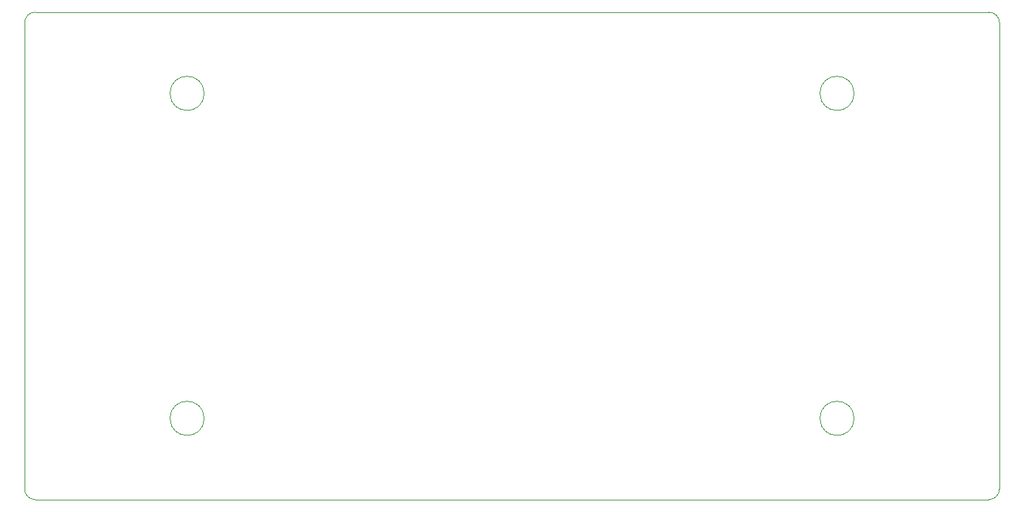
<source format=gbr>
%TF.GenerationSoftware,KiCad,Pcbnew,8.0.1*%
%TF.CreationDate,2025-04-02T15:04:39-04:00*%
%TF.ProjectId,ScottoPad,53636f74-746f-4506-9164-2e6b69636164,rev?*%
%TF.SameCoordinates,Original*%
%TF.FileFunction,Profile,NP*%
%FSLAX46Y46*%
G04 Gerber Fmt 4.6, Leading zero omitted, Abs format (unit mm)*
G04 Created by KiCad (PCBNEW 8.0.1) date 2025-04-02 15:04:39*
%MOMM*%
%LPD*%
G01*
G04 APERTURE LIST*
%TA.AperFunction,Profile*%
%ADD10C,0.050000*%
%TD*%
G04 APERTURE END LIST*
D10*
X159384968Y-89555000D02*
X159384968Y-34905000D01*
X272434968Y-33655000D02*
G75*
G02*
X273685000Y-34905000I32J-1250000D01*
G01*
X160634968Y-33655000D02*
X272434968Y-33655000D01*
X256634968Y-43180000D02*
G75*
G02*
X252634968Y-43180000I-2000000J0D01*
G01*
X252634968Y-43180000D02*
G75*
G02*
X256634968Y-43180000I2000000J0D01*
G01*
X256634968Y-81280000D02*
G75*
G02*
X252634968Y-81280000I-2000000J0D01*
G01*
X252634968Y-81280000D02*
G75*
G02*
X256634968Y-81280000I2000000J0D01*
G01*
X272434968Y-90805000D02*
X160634968Y-90805000D01*
X180434968Y-43180000D02*
G75*
G02*
X176434968Y-43180000I-2000000J0D01*
G01*
X176434968Y-43180000D02*
G75*
G02*
X180434968Y-43180000I2000000J0D01*
G01*
X160634968Y-90805000D02*
G75*
G02*
X159385000Y-89555000I32J1250000D01*
G01*
X180434968Y-81280000D02*
G75*
G02*
X176434968Y-81280000I-2000000J0D01*
G01*
X176434968Y-81280000D02*
G75*
G02*
X180434968Y-81280000I2000000J0D01*
G01*
X159384968Y-34905000D02*
G75*
G02*
X160634968Y-33654968I1250032J0D01*
G01*
X273684968Y-89555000D02*
G75*
G02*
X272434968Y-90804968I-1249968J0D01*
G01*
X273684968Y-34905000D02*
X273684968Y-89555000D01*
M02*

</source>
